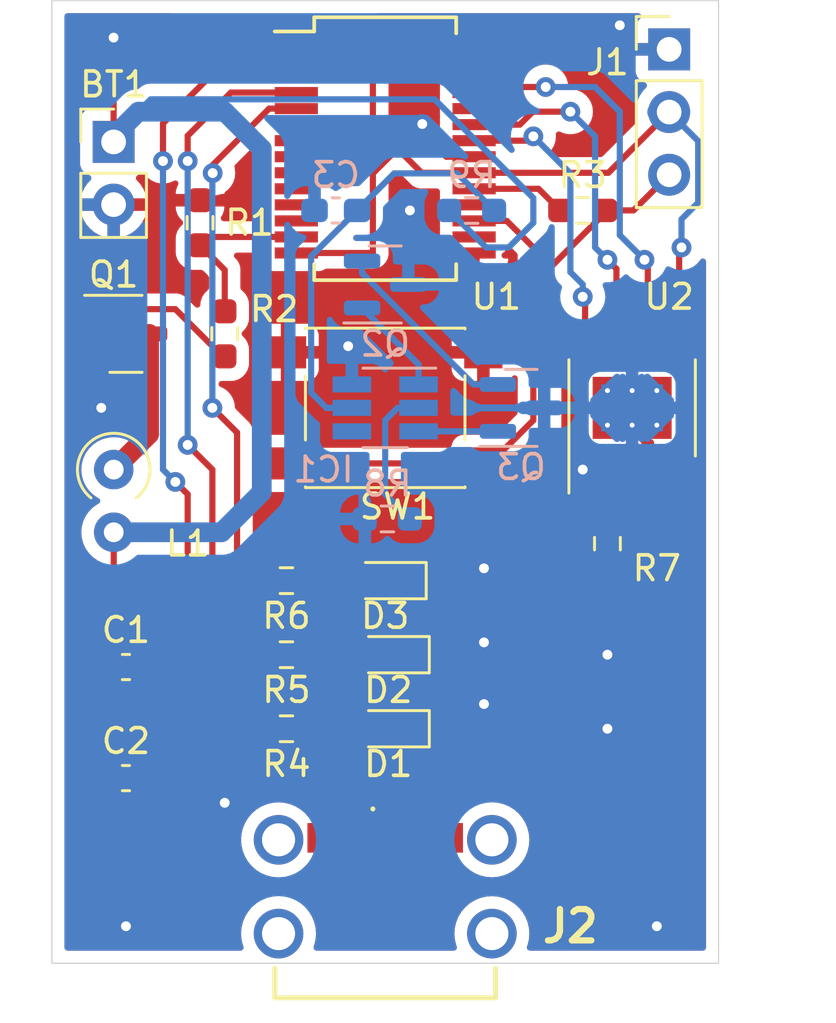
<source format=kicad_pcb>
(kicad_pcb (version 20211014) (generator pcbnew)
  (layers (0 "F.Cu" signal) (31 "B.Cu" signal) (34 "B.Paste" user) (35 "F.Paste" user) (36 "B.SilkS" user "B.Silkscreen") (37 "F.SilkS" user "F.Silkscreen") (38 "B.Mask" user) (39 "F.Mask" user) (44 "Edge.Cuts" user))
  (net 0 "")
  (net 1 "GND")
  (net 2 "Net-(C2-Pad2)")
  (net 3 "Net-(D1-Pad2)")
  (net 4 "Net-(D2-Pad2)")
  (net 5 "Net-(D3-Pad2)")
  (net 6 "Net-(BT1-Pad1)")
  (net 7 "Net-(J1-Pad3)")
  (net 10 "Net-(L1-Pad1)")
  (net 11 "Net-(R1-Pad2)")
  (net 12 "Net-(R3-Pad1)")
  (net 13 "Net-(R4-Pad2)")
  (net 14 "Net-(R5-Pad2)")
  (net 15 "Net-(SW1-Pad2)")
  (net 27 "Net-(U1-Pad22)")
  (net 28 "Net-(U1-Pad23)")
  (net 29 "Net-(U1-Pad24)")
  (net 36 "Net-(Q1-Pad1)")
  (net 37 "Net-(R6-Pad2)")
  (net 38 "Net-(R7-Pad1)")
  (net 39 "Net-(C3-Pad1)")
  (net 40 "Net-(IC1-Pad1)")
  (net 41 "Net-(IC1-Pad2)")
  (net 42 "Net-(IC1-Pad3)")
  (net 44 "Net-(Q2-Pad2)")
  (footprint "Resistor_SMD:R_0603_1608Metric_Pad0.98x0.95mm_HandSolder" (layer "F.Cu") (at 181 79 -90)
    (fp_text reference "R1" (at 0 -2) (layer "F.SilkS"))
    (fp_text value "100K")
    (fp_line (start -0.254724 0.5225) (end 0.254724 0.5225) (layer "F.SilkS") (width 0.12))
    (fp_line (start -0.254724 -0.5225) (end 0.254724 -0.5225) (layer "F.SilkS") (width 0.12))
    (pad "1" smd roundrect (at -0.9125 0 270) (size 0.975 0.95) (layers "F.Cu" "F.Paste" "F.Mask") (net 1 "GND"))
    (pad "2" smd roundrect (at 0.9125 0 270) (size 0.975 0.95) (layers "F.Cu" "F.Paste" "F.Mask") (net 11 "Net-(R1-Pad2)"))
  )
  (footprint "Resistor_SMD:R_0603_1608Metric_Pad0.98x0.95mm_HandSolder" (layer "F.Cu") (at 196.5 78.5)
    (fp_text reference "R3" (at 0 -1.43) (layer "F.SilkS"))
    (fp_text value "4.7K")
    (fp_line (start -0.254724 -0.5225) (end 0.254724 -0.5225) (layer "F.SilkS") (width 0.12))
    (fp_line (start -0.254724 0.5225) (end 0.254724 0.5225) (layer "F.SilkS") (width 0.12))
    (pad "1" smd roundrect (at -0.9125 0) (size 0.975 0.95) (layers "F.Cu" "F.Paste" "F.Mask") (net 12 "Net-(R3-Pad1)"))
    (pad "2" smd roundrect (at 0.9125 0) (size 0.975 0.95) (layers "F.Cu" "F.Paste" "F.Mask") (net 7 "Net-(J1-Pad3)"))
  )
  (footprint "LED_SMD:LED_0603_1608Metric_Pad1.05x0.95mm_HandSolder" (layer "F.Cu") (at 188.625 99.5 180)
    (fp_text reference "D1" (at 0 -1.43) (layer "F.SilkS"))
    (fp_text value "LED")
    (fp_line (start 0.8 -0.735) (end -1.66 -0.735) (layer "F.SilkS") (width 0.12))
    (fp_line (start -1.66 -0.735) (end -1.66 0.735) (layer "F.SilkS") (width 0.12))
    (fp_line (start -1.66 0.735) (end 0.8 0.735) (layer "F.SilkS") (width 0.12))
    (pad "1" smd roundrect (at -0.875 0 180) (size 1.05 0.95) (layers "F.Cu" "F.Paste" "F.Mask") (net 1 "GND"))
    (pad "2" smd roundrect (at 0.875 0 180) (size 1.05 0.95) (layers "F.Cu" "F.Paste" "F.Mask") (net 3 "Net-(D1-Pad2)"))
  )
  (footprint "LED_SMD:LED_0603_1608Metric_Pad1.05x0.95mm_HandSolder" (layer "F.Cu") (at 188.5 93.5 180)
    (fp_text reference "D3" (at 0 -1.43) (layer "F.SilkS"))
    (fp_text value "LED")
    (fp_line (start -1.66 -0.735) (end -1.66 0.735) (layer "F.SilkS") (width 0.12))
    (fp_line (start -1.66 0.735) (end 0.8 0.735) (layer "F.SilkS") (width 0.12))
    (fp_line (start 0.8 -0.735) (end -1.66 -0.735) (layer "F.SilkS") (width 0.12))
    (pad "1" smd roundrect (at -0.875 0 180) (size 1.05 0.95) (layers "F.Cu" "F.Paste" "F.Mask") (net 1 "GND"))
    (pad "2" smd roundrect (at 0.875 0 180) (size 1.05 0.95) (layers "F.Cu" "F.Paste" "F.Mask") (net 5 "Net-(D3-Pad2)"))
  )
  (footprint "Connector_PinHeader_2.54mm:PinHeader_1x02_P2.54mm_Vertical" (layer "F.Cu") (at 177.5 75.725)
    (fp_text reference "BT1" (at 0 -2.33) (layer "F.SilkS"))
    (fp_text value "Battery_Cell")
    (fp_line (start -1.33 1.27) (end -1.33 3.87) (layer "F.SilkS") (width 0.12))
    (fp_line (start -1.33 3.87) (end 1.33 3.87) (layer "F.SilkS") (width 0.12))
    (fp_line (start -1.33 -1.33) (end 0 -1.33) (layer "F.SilkS") (width 0.12))
    (fp_line (start 1.33 1.27) (end 1.33 3.87) (layer "F.SilkS") (width 0.12))
    (fp_line (start -1.33 0) (end -1.33 -1.33) (layer "F.SilkS") (width 0.12))
    (fp_line (start -1.33 1.27) (end 1.33 1.27) (layer "F.SilkS") (width 0.12))
    (pad "1" thru_hole rect (at 0 0) (size 1.7 1.7) (drill 1) (layers *.Cu *.Mask) (net 6 "Net-(BT1-Pad1)"))
    (pad "2" thru_hole oval (at 0 2.54) (size 1.7 1.7) (drill 1) (layers *.Cu *.Mask) (net 1 "GND"))
  )
  (footprint "Resistor_SMD:R_0603_1608Metric_Pad0.98x0.95mm_HandSolder" (layer "F.Cu") (at 184.5 99.5 180)
    (fp_text reference "R4" (at 0 -1.43) (layer "F.SilkS"))
    (fp_text value "1K")
    (fp_line (start -0.254724 0.5225) (end 0.254724 0.5225) (layer "F.SilkS") (width 0.12))
    (fp_line (start -0.254724 -0.5225) (end 0.254724 -0.5225) (layer "F.SilkS") (width 0.12))
    (pad "1" smd roundrect (at -0.9125 0 180) (size 0.975 0.95) (layers "F.Cu" "F.Paste" "F.Mask") (net 3 "Net-(D1-Pad2)"))
    (pad "2" smd roundrect (at 0.9125 0 180) (size 0.975 0.95) (layers "F.Cu" "F.Paste" "F.Mask") (net 13 "Net-(R4-Pad2)"))
  )
  (footprint "Package_SO:SSOP-28_5.3x10.2mm_P0.65mm" (layer "F.Cu") (at 188.5 76)
    (fp_text reference "U1" (at 4.5 6) (layer "F.SilkS"))
    (fp_text value "ATmega3208-X")
    (fp_line (start -2.875 5.325) (end -2.875 4.675) (layer "F.SilkS") (width 0.15))
    (fp_line (start 2.875 5.325) (end 2.875 4.675) (layer "F.SilkS") (width 0.15))
    (fp_line (start -2.875 -5.325) (end 2.875 -5.325) (layer "F.SilkS") (width 0.15))
    (fp_line (start -2.875 5.325) (end 2.875 5.325) (layer "F.SilkS") (width 0.15))
    (fp_line (start -2.875 -5.325) (end -2.875 -4.75) (layer "F.SilkS") (width 0.15))
    (fp_line (start -2.875 -4.75) (end -4.475 -4.75) (layer "F.SilkS") (width 0.15))
    (fp_line (start 2.875 -5.325) (end 2.875 -4.675) (layer "F.SilkS") (width 0.15))
    (pad "1" smd rect (at -3.6 -4.225) (size 1.75 0.45) (layers "F.Cu" "F.Paste" "F.Mask"))
    (pad "2" smd rect (at -3.6 -3.575) (size 1.75 0.45) (layers "F.Cu" "F.Paste" "F.Mask"))
    (pad "3" smd rect (at -3.6 -2.925) (size 1.75 0.45) (layers "F.Cu" "F.Paste" "F.Mask") (net 13 "Net-(R4-Pad2)"))
    (pad "4" smd rect (at -3.6 -2.275) (size 1.75 0.45) (layers "F.Cu" "F.Paste" "F.Mask") (net 14 "Net-(R5-Pad2)"))
    (pad "5" smd rect (at -3.6 -1.625) (size 1.75 0.45) (layers "F.Cu" "F.Paste" "F.Mask") (net 37 "Net-(R6-Pad2)"))
    (pad "6" smd rect (at -3.6 -0.975) (size 1.75 0.45) (layers "F.Cu" "F.Paste" "F.Mask"))
    (pad "7" smd rect (at -3.6 -0.325) (size 1.75 0.45) (layers "F.Cu" "F.Paste" "F.Mask"))
    (pad "8" smd rect (at -3.6 0.325) (size 1.75 0.45) (layers "F.Cu" "F.Paste" "F.Mask"))
    (pad "9" smd rect (at -3.6 0.975) (size 1.75 0.45) (layers "F.Cu" "F.Paste" "F.Mask"))
    (pad "10" smd rect (at -3.6 1.625) (size 1.75 0.45) (layers "F.Cu" "F.Paste" "F.Mask"))
    (pad "11" smd rect (at -3.6 2.275) (size 1.75 0.45) (layers "F.Cu" "F.Paste" "F.Mask"))
    (pad "12" smd rect (at -3.6 2.925) (size 1.75 0.45) (layers "F.Cu" "F.Paste" "F.Mask"))
    (pad "13" smd rect (at -3.6 3.575) (size 1.75 0.45) (layers "F.Cu" "F.Paste" "F.Mask") (net 11 "Net-(R1-Pad2)"))
    (pad "14" smd rect (at -3.6 4.225) (size 1.75 0.45) (layers "F.Cu" "F.Paste" "F.Mask") (net 6 "Net-(BT1-Pad1)"))
    (pad "15" smd rect (at 3.6 4.225) (size 1.75 0.45) (layers "F.Cu" "F.Paste" "F.Mask") (net 1 "GND"))
    (pad "16" smd rect (at 3.6 3.575) (size 1.75 0.45) (layers "F.Cu" "F.Paste" "F.Mask"))
    (pad "17" smd rect (at 3.6 2.925) (size 1.75 0.45) (layers "F.Cu" "F.Paste" "F.Mask") (net 15 "Net-(SW1-Pad2)"))
    (pad "18" smd rect (at 3.6 2.275) (size 1.75 0.45) (layers "F.Cu" "F.Paste" "F.Mask"))
    (pad "19" smd rect (at 3.6 1.625) (size 1.75 0.45) (layers "F.Cu" "F.Paste" "F.Mask") (net 12 "Net-(R3-Pad1)"))
    (pad "20" smd rect (at 3.6 0.975) (size 1.75 0.45) (layers "F.Cu" "F.Paste" "F.Mask") (net 6 "Net-(BT1-Pad1)"))
    (pad "21" smd rect (at 3.6 0.325) (size 1.75 0.45) (layers "F.Cu" "F.Paste" "F.Mask") (net 1 "GND"))
    (pad "22" smd rect (at 3.6 -0.325) (size 1.75 0.45) (layers "F.Cu" "F.Paste" "F.Mask") (net 27 "Net-(U1-Pad22)"))
    (pad "23" smd rect (at 3.6 -0.975) (size 1.75 0.45) (layers "F.Cu" "F.Paste" "F.Mask") (net 28 "Net-(U1-Pad23)"))
    (pad "24" smd rect (at 3.6 -1.625) (size 1.75 0.45) (layers "F.Cu" "F.Paste" "F.Mask") (net 29 "Net-(U1-Pad24)"))
    (pad "25" smd rect (at 3.6 -2.275) (size 1.75 0.45) (layers "F.Cu" "F.Paste" "F.Mask"))
    (pad "26" smd rect (at 3.6 -2.925) (size 1.75 0.45) (layers "F.Cu" "F.Paste" "F.Mask"))
    (pad "27" smd rect (at 3.6 -3.575) (size 1.75 0.45) (layers "F.Cu" "F.Paste" "F.Mask"))
    (pad "28" smd rect (at 3.6 -4.225) (size 1.75 0.45) (layers "F.Cu" "F.Paste" "F.Mask"))
  )
  (footprint "Inductor_THT:L_Axial_L6.6mm_D2.7mm_P2.54mm_Vertical_Vishay_IM-2" (layer "F.Cu") (at 177.505 89 -90)
    (fp_text reference "L1" (at 3 -2.995) (layer "F.SilkS"))
    (fp_text value "2 Ohm")
    (fp_arc (start 1.146516 0.92) (mid -1.47 0) (end 1.146516 -0.92) (layer "F.SilkS") (width 0.12))
    (pad "1" thru_hole circle (at 0 0 270) (size 1.6 1.6) (drill 0.8) (layers *.Cu *.Mask) (net 10 "Net-(L1-Pad1)"))
    (pad "2" thru_hole oval (at 2.54 0 270) (size 1.6 1.6) (drill 0.8) (layers *.Cu *.Mask) (net 6 "Net-(BT1-Pad1)"))
  )
  (footprint "Package_SO:SOIC-8-1EP_3.9x4.9mm_P1.27mm_EP2.514x3.2mm_ThermalVias" (layer "F.Cu") (at 198.5 86.5 90)
    (fp_text reference "U2" (at 4.5 1.5) (layer "F.SilkS"))
    (fp_text value "TP4056")
    (fp_line (start 0 2.56) (end 1.95 2.56) (layer "F.SilkS") (width 0.12))
    (fp_line (start 0 2.56) (end -1.95 2.56) (layer "F.SilkS") (width 0.12))
    (fp_line (start 0 -2.56) (end 1.95 -2.56) (layer "F.SilkS") (width 0.12))
    (fp_line (start 0 -2.56) (end -3.45 -2.56) (layer "F.SilkS") (width 0.12))
    (pad "1" smd roundrect (at -2.6375 -1.905 90) (size 1.625 0.6) (layers "F.Cu" "F.Paste" "F.Mask") (net 1 "GND"))
    (pad "2" smd roundrect (at -2.6375 -0.635 90) (size 1.625 0.6) (layers "F.Cu" "F.Paste" "F.Mask") (net 38 "Net-(R7-Pad1)"))
    (pad "3" smd roundrect (at -2.6375 0.635 90) (size 1.625 0.6) (layers "F.Cu" "F.Paste" "F.Mask") (net 1 "GND"))
    (pad "4" smd roundrect (at -2.6375 1.905 90) (size 1.625 0.6) (layers "F.Cu" "F.Paste" "F.Mask") (net 2 "Net-(C2-Pad2)"))
    (pad "5" smd roundrect (at 2.6375 1.905 90) (size 1.625 0.6) (layers "F.Cu" "F.Paste" "F.Mask") (net 6 "Net-(BT1-Pad1)"))
    (pad "6" smd roundrect (at 2.6375 0.635 90) (size 1.625 0.6) (layers "F.Cu" "F.Paste" "F.Mask") (net 29 "Net-(U1-Pad24)"))
    (pad "7" smd roundrect (at 2.6375 -0.635 90) (size 1.625 0.6) (layers "F.Cu" "F.Paste" "F.Mask") (net 28 "Net-(U1-Pad23)"))
    (pad "8" smd roundrect (at 2.6375 -1.905 90) (size 1.625 0.6) (layers "F.Cu" "F.Paste" "F.Mask") (net 27 "Net-(U1-Pad22)"))
    (pad "9" thru_hole circle (at -0.7 0 90) (size 0.5 0.5) (drill 0.2) (layers *.Cu) (net 1 "GND"))
    (pad "9" thru_hole circle (at -0.7 -1 90) (size 0.5 0.5) (drill 0.2) (layers *.Cu) (net 1 "GND"))
    (pad "9" thru_hole circle (at 0.7 0 90) (size 0.5 0.5) (drill 0.2) (layers *.Cu) (net 1 "GND"))
    (pad "9" thru_hole circle (at -0.7 1 90) (size 0.5 0.5) (drill 0.2) (layers *.Cu) (net 1 "GND"))
    (pad "9" thru_hole circle (at 0.7 1 90) (size 0.5 0.5) (drill 0.2) (layers *.Cu) (net 1 "GND"))
    (pad "9" thru_hole circle (at 0.7 -1 90) (size 0.5 0.5) (drill 0.2) (layers *.Cu) (net 1 "GND"))
    (pad "9" smd rect (at 0 0 90) (size 1.9 2.5) (layers "B.Cu") (net 1 "GND"))
    (pad "9" smd rect (at 0 0 90) (size 2.514 3.2) (layers "F.Cu" "F.Mask") (net 1 "GND"))
  )
  (footprint "SamacSys:USB4125GFA0190" (layer "F.Cu") (at 188.5 107)
    (fp_text reference "J2" (at 7.5 0.5) (layer "F.SilkS") (effects (font (size 1.27 1.27) (thickness 0.254))))
    (fp_text value "USB4140-GF-0070-C" hide)
    (fp_line (start -0.5 -4.3) (end -0.5 -4.3) (layer "F.SilkS") (width 0.1))
    (fp_line (start -4.47 3.4) (end 4.47 3.4) (layer "F.SilkS") (width 0.2))
    (fp_line (start 4.47 3.4) (end 4.47 2.2) (layer "F.SilkS") (width 0.2))
    (fp_line (start -4.47 2.2) (end -4.47 3.4) (layer "F.SilkS") (width 0.2))
    (fp_line (start -0.5 -4.2) (end -0.5 -4.2) (layer "F.SilkS") (width 0.1))
    (fp_arc (start -0.5 -4.3) (mid -0.45 -4.25) (end -0.5 -4.2) (layer "F.SilkS") (width 0.1))
    (fp_arc (start -0.5 -4.2) (mid -0.55 -4.25) (end -0.5 -4.3) (layer "F.SilkS") (width 0.1))
    (pad "A5" smd rect locked (at -0.5 -3.08) (size 0.7 1.2) (layers "F.Cu" "F.Paste" "F.Mask") (net 7 "Net-(J1-Pad3)"))
    (pad "A9" smd rect locked (at 1.52 -3.08) (size 0.76 1.2) (layers "F.Cu" "F.Paste" "F.Mask") (net 2 "Net-(C2-Pad2)"))
    (pad "A12" smd rect locked (at 2.75 -3.08) (size 0.8 1.2) (layers "F.Cu" "F.Paste" "F.Mask") (net 1 "GND"))
    (pad "B5" smd rect locked (at 0.5 -3.08) (size 0.7 1.2) (layers "F.Cu" "F.Paste" "F.Mask") (net 7 "Net-(J1-Pad3)"))
    (pad "B9" smd rect locked (at -1.52 -3.08) (size 0.76 1.2) (layers "F.Cu" "F.Paste" "F.Mask") (net 2 "Net-(C2-Pad2)"))
    (pad "B12" smd rect locked (at -2.75 -3.08) (size 0.8 1.2) (layers "F.Cu" "F.Paste" "F.Mask") (net 1 "GND"))
    (pad "MH1" thru_hole circle locked (at -4.32 -3) (size 2.01 2.01) (drill 1.34) (layers *.Cu *.Mask))
    (pad "MH2" thru_hole circle locked (at -4.32 0.8) (size 2.01 2.01) (drill 1.34) (layers *.Cu *.Mask))
    (pad "MH3" thru_hole circle locked (at 4.32 0.8) (size 2.01 2.01) (drill 1.34) (layers *.Cu *.Mask))
    (pad "MH4" thru_hole circle locked (at 4.32 -3) (size 2.01 2.01) (drill 1.34) (layers *.Cu *.Mask))
  )
  (footprint "Resistor_SMD:R_0603_1608Metric_Pad0.98x0.95mm_HandSolder" (layer "F.Cu") (at 184.5 96.5 180)
    (fp_text reference "R5" (at 0 -1.43) (layer "F.SilkS"))
    (fp_text value "1K")
    (fp_line (start -0.254724 0.5225) (end 0.254724 0.5225) (layer "F.SilkS") (width 0.12))
    (fp_line (start -0.254724 -0.5225) (end 0.254724 -0.5225) (layer "F.SilkS") (width 0.12))
    (pad "1" smd roundrect (at -0.9125 0 180) (size 0.975 0.95) (layers "F.Cu" "F.Paste" "F.Mask") (net 4 "Net-(D2-Pad2)"))
    (pad "2" smd roundrect (at 0.9125 0 180) (size 0.975 0.95) (layers "F.Cu" "F.Paste" "F.Mask") (net 14 "Net-(R5-Pad2)"))
  )
  (footprint "Resistor_SMD:R_0603_1608Metric_Pad0.98x0.95mm_HandSolder" (layer "F.Cu") (at 182 83.5 90)
    (fp_text reference "R2" (at 1 2) (layer "F.SilkS"))
    (fp_text value "4.7K")
    (fp_line (start -0.254724 0.5225) (end 0.254724 0.5225) (layer "F.SilkS") (width 0.12))
    (fp_line (start -0.254724 -0.5225) (end 0.254724 -0.5225) (layer "F.SilkS") (width 0.12))
    (pad "1" smd roundrect (at -0.9125 0 90) (size 0.975 0.95) (layers "F.Cu" "F.Paste" "F.Mask") (net 36 "Net-(Q1-Pad1)"))
    (pad "2" smd roundrect (at 0.9125 0 90) (size 0.975 0.95) (layers "F.Cu" "F.Paste" "F.Mask") (net 11 "Net-(R1-Pad2)"))
  )
  (footprint "Capacitor_SMD:C_0603_1608Metric_Pad1.08x0.95mm_HandSolder" (layer "F.Cu") (at 178 97)
    (fp_text reference "C1" (at 0 -1.5) (layer "F.SilkS"))
    (fp_text value "10uF")
    (fp_line (start -0.146267 -0.51) (end 0.146267 -0.51) (layer "F.SilkS") (width 0.12))
    (fp_line (start -0.146267 0.51) (end 0.146267 0.51) (layer "F.SilkS") (width 0.12))
    (pad "1" smd roundrect (at -0.8625 0) (size 1.075 0.95) (layers "F.Cu" "F.Paste" "F.Mask") (net 1 "GND"))
    (pad "2" smd roundrect (at 0.8625 0) (size 1.075 0.95) (layers "F.Cu" "F.Paste" "F.Mask") (net 6 "Net-(BT1-Pad1)"))
  )
  (footprint "Button_Switch_SMD:SW_Push_1P1T_NO_6x6mm_H9.5mm" (layer "F.Cu") (at 188.5 86.5)
    (fp_text reference "SW1" (at 0.5 4) (layer "F.SilkS"))
    (fp_text value "btn")
    (fp_line (start -3.23 -3.2) (end -3.23 -3.23) (layer "F.SilkS") (width 0.12))
    (fp_line (start -3.23 3.23) (end -3.23 3.2) (layer "F.SilkS") (width 0.12))
    (fp_line (start -3.23 -3.23) (end 3.23 -3.23) (layer "F.SilkS") (width 0.12))
    (fp_line (start -3.23 3.23) (end 3.23 3.23) (layer "F.SilkS") (width 0.12))
    (fp_line (start 3.23 -3.23) (end 3.23 -3.2) (layer "F.SilkS") (width 0.12))
    (fp_line (start 3.23 -1.3) (end 3.23 1.3) (layer "F.SilkS") (width 0.12))
    (fp_line (start 3.23 3.23) (end 3.23 3.2) (layer "F.SilkS") (width 0.12))
    (fp_line (start -3.23 -1.3) (end -3.23 1.3) (layer "F.SilkS") (width 0.12))
    (pad "1" smd rect (at 3.975 -2.25) (size 1.55 1.3) (layers "F.Cu" "F.Paste" "F.Mask") (net 1 "GND"))
    (pad "1" smd rect (at -3.975 -2.25) (size 1.55 1.3) (layers "F.Cu" "F.Paste" "F.Mask") (net 1 "GND"))
    (pad "2" smd rect (at 3.975 2.25) (size 1.55 1.3) (layers "F.Cu" "F.Paste" "F.Mask") (net 15 "Net-(SW1-Pad2)"))
    (pad "2" smd rect (at -3.975 2.25) (size 1.55 1.3) (layers "F.Cu" "F.Paste" "F.Mask") (net 15 "Net-(SW1-Pad2)"))
  )
  (footprint "Capacitor_SMD:C_0603_1608Metric_Pad1.08x0.95mm_HandSolder" (layer "F.Cu") (at 178 101.5)
    (fp_text reference "C2" (at 0 -1.5) (layer "F.SilkS"))
    (fp_text value "10uF")
    (fp_line (start -0.146267 -0.51) (end 0.146267 -0.51) (layer "F.SilkS") (width 0.12))
    (fp_line (start -0.146267 0.51) (end 0.146267 0.51) (layer "F.SilkS") (width 0.12))
    (pad "1" smd roundrect (at -0.8625 0) (size 1.075 0.95) (layers "F.Cu" "F.Paste" "F.Mask") (net 1 "GND"))
    (pad "2" smd roundrect (at 0.8625 0) (size 1.075 0.95) (layers "F.Cu" "F.Paste" "F.Mask") (net 2 "Net-(C2-Pad2)"))
  )
  (footprint "Package_TO_SOT_SMD:SOT-23" (layer "F.Cu") (at 178 83.5)
    (fp_text reference "Q1" (at -0.5 -2.4) (layer "F.SilkS"))
    (fp_text value "AO3400A")
    (fp_line (start 0 1.56) (end 0.65 1.56) (layer "F.SilkS") (width 0.12))
    (fp_line (start 0 -1.56) (end -1.675 -1.56) (layer "F.SilkS") (width 0.12))
    (fp_line (start 0 -1.56) (end 0.65 -1.56) (layer "F.SilkS") (width 0.12))
    (fp_line (start 0 1.56) (end -0.65 1.56) (layer "F.SilkS") (width 0.12))
    (pad "1" smd roundrect (at -0.9375 -0.95) (size 1.475 0.6) (layers "F.Cu" "F.Paste" "F.Mask") (net 36 "Net-(Q1-Pad1)"))
    (pad "2" smd roundrect (at -0.9375 0.95) (size 1.475 0.6) (layers "F.Cu" "F.Paste" "F.Mask") (net 1 "GND"))
    (pad "3" smd roundrect (at 0.9375 0) (size 1.475 0.6) (layers "F.Cu" "F.Paste" "F.Mask") (net 10 "Net-(L1-Pad1)"))
  )
  (footprint "LED_SMD:LED_0603_1608Metric_Pad1.05x0.95mm_HandSolder" (layer "F.Cu") (at 188.625 96.5 180)
    (fp_text reference "D2" (at 0 -1.43) (layer "F.SilkS"))
    (fp_text value "LED")
    (fp_line (start -1.66 0.735) (end 0.8 0.735) (layer "F.SilkS") (width 0.12))
    (fp_line (start -1.66 -0.735) (end -1.66 0.735) (layer "F.SilkS") (width 0.12))
    (fp_line (start 0.8 -0.735) (end -1.66 -0.735) (layer "F.SilkS") (width 0.12))
    (pad "1" smd roundrect (at -0.875 0 180) (size 1.05 0.95) (layers "F.Cu" "F.Paste" "F.Mask") (net 1 "GND"))
    (pad "2" smd roundrect (at 0.875 0 180) (size 1.05 0.95) (layers "F.Cu" "F.Paste" "F.Mask") (net 4 "Net-(D2-Pad2)"))
  )
  (footprint "Resistor_SMD:R_0603_1608Metric_Pad0.98x0.95mm_HandSolder" (layer "F.Cu") (at 197.5 92 -90)
    (fp_text reference "R7" (at 1 -2) (layer "F.SilkS"))
    (fp_text value "2.8K")
    (fp_line (start -0.254724 0.5225) (end 0.254724 0.5225) (layer "F.SilkS") (width 0.12))
    (fp_line (start -0.254724 -0.5225) (end 0.254724 -0.5225) (layer "F.SilkS") (width 0.12))
    (pad "1" smd roundrect (at -0.9125 0 270) (size 0.975 0.95) (layers "F.Cu" "F.Paste" "F.Mask") (net 38 "Net-(R7-Pad1)"))
    (pad "2" smd roundrect (at 0.9125 0 270) (size 0.975 0.95) (layers "F.Cu" "F.Paste" "F.Mask") (net 1 "GND"))
  )
  (footprint "Resistor_SMD:R_0603_1608Metric_Pad0.98x0.95mm_HandSolder" (layer "F.Cu") (at 184.5 93.5 180)
    (fp_text reference "R6" (at 0 -1.43) (layer "F.SilkS"))
    (fp_text value "1K")
    (fp_line (start -0.254724 0.5225) (end 0.254724 0.5225) (layer "F.SilkS") (width 0.12))
    (fp_line (start -0.254724 -0.5225) (end 0.254724 -0.5225) (layer "F.SilkS") (width 0.12))
    (pad "1" smd roundrect (at -0.9125 0 180) (size 0.975 0.95) (layers "F.Cu" "F.Paste" "F.Mask") (net 5 "Net-(D3-Pad2)"))
    (pad "2" smd roundrect (at 0.9125 0 180) (size 0.975 0.95) (layers "F.Cu" "F.Paste" "F.Mask") (net 37 "Net-(R6-Pad2)"))
  )
  (footprint "Connector_PinHeader_2.54mm:PinHeader_1x03_P2.54mm_Vertical" (layer "F.Cu") (at 200 71.975)
    (fp_text reference "J1" (at -2.5 0.525) (layer "F.SilkS"))
    (fp_text value "Conn_01x03_Male")
    (fp_line (start -1.33 6.41) (end 1.33 6.41) (layer "F.SilkS") (width 0.12))
    (fp_line (start -1.33 1.27) (end -1.33 6.41) (layer "F.SilkS") (width 0.12))
    (fp_line (start -1.33 -1.33) (end 0 -1.33) (layer "F.SilkS") (width 0.12))
    (fp_line (start -1.33 0) (end -1.33 -1.33) (layer "F.SilkS") (width 0.12))
    (fp_line (start -1.33 1.27) (end 1.33 1.27) (layer "F.SilkS") (width 0.12))
    (fp_line (start 1.33 1.27) (end 1.33 6.41) (layer "F.SilkS") (width 0.12))
    (pad "1" thru_hole rect (at 0 0) (size 1.7 1.7) (drill 1) (layers *.Cu *.Mask) (net 1 "GND"))
    (pad "2" thru_hole oval (at 0 2.54) (size 1.7 1.7) (drill 1) (layers *.Cu *.Mask) (net 6 "Net-(BT1-Pad1)"))
    (pad "3" thru_hole oval (at 0 5.08) (size 1.7 1.7) (drill 1) (layers *.Cu *.Mask) (net 7 "Net-(J1-Pad3)"))
  )
  (footprint "Resistor_SMD:R_0603_1608Metric_Pad0.98x0.95mm_HandSolder" (layer "B.Cu") (at 192 78.5 180)
    (fp_text reference "R9" (at 0 1.43) (layer "B.SilkS") (effects (justify mirror)))
    (fp_text value "330")
    (fp_line (start -0.254724 -0.5225) (end 0.254724 -0.5225) (layer "B.SilkS") (width 0.12))
    (fp_line (start -0.254724 0.5225) (end 0.254724 0.5225) (layer "B.SilkS") (width 0.12))
    (pad "1" smd roundrect (at -0.9125 0 180) (size 0.975 0.95) (layers "B.Cu" "B.Paste" "B.Mask") (net 39 "Net-(C3-Pad1)"))
    (pad "2" smd roundrect (at 0.9125 0 180) (size 0.975 0.95) (layers "B.Cu" "B.Paste" "B.Mask") (net 6 "Net-(BT1-Pad1)"))
  )
  (footprint "Package_TO_SOT_SMD:SOT-23" (layer "B.Cu") (at 188.5 81.5)
    (fp_text reference "Q2" (at 0 2.4) (layer "B.SilkS") (effects (justify mirror)))
    (fp_text value "AO3400A")
    (fp_line (start 0 -1.56) (end -0.65 -1.56) (layer "B.SilkS") (width 0.12))
    (fp_line (start 0 1.56) (end -1.675 1.56) (layer "B.SilkS") (width 0.12))
    (fp_line (start 0 1.56) (end 0.65 1.56) (layer "B.SilkS") (width 0.12))
    (fp_line (start 0 -1.56) (end 0.65 -1.56) (layer "B.SilkS") (width 0.12))
    (pad "1" smd roundrect (at -0.9375 0.95) (size 1.475 0.6) (layers "B.Cu" "B.Paste" "B.Mask") (net 40 "Net-(IC1-Pad1)"))
    (pad "2" smd roundrect (at -0.9375 -0.95) (size 1.475 0.6) (layers "B.Cu" "B.Paste" "B.Mask") (net 44 "Net-(Q2-Pad2)"))
    (pad "3" smd roundrect (at 0.9375 0) (size 1.475 0.6) (layers "B.Cu" "B.Paste" "B.Mask") (net 1 "GND"))
  )
  (footprint "Resistor_SMD:R_0603_1608Metric_Pad0.98x0.95mm_HandSolder" (layer "B.Cu") (at 188.5875 91 180)
    (fp_text reference "R8" (at 0 1.43) (layer "B.SilkS") (effects (justify mirror)))
    (fp_text value "2K")
    (fp_line (start -0.254724 0.5225) (end 0.254724 0.5225) (layer "B.SilkS") (width 0.12))
    (fp_line (start -0.254724 -0.5225) (end 0.254724 -0.5225) (layer "B.SilkS") (width 0.12))
    (pad "1" smd roundrect (at -0.9125 0 180) (size 0.975 0.95) (layers "B.Cu" "B.Paste" "B.Mask") (net 41 "Net-(IC1-Pad2)"))
    (pad "2" smd roundrect (at 0.9125 0 180) (size 0.975 0.95) (layers "B.Cu" "B.Paste" "B.Mask") (net 1 "GND"))
  )
  (footprint "Package_TO_SOT_SMD:SOT-23-6_Handsoldering" (layer "B.Cu") (at 188.5 86.5 180)
    (fp_text reference "IC1" (at 2.5 -2.5) (layer "B.SilkS") (effects (justify mirror)))
    (fp_text value "DW01A-G")
    (fp_line (start 0.9 1.61) (end -2.05 1.61) (layer "B.SilkS") (width 0.12))
    (fp_line (start -0.9 -1.61) (end 0.9 -1.61) (layer "B.SilkS") (width 0.12))
    (pad "1" smd rect (at -1.35 0.95 180) (size 1.56 0.65) (layers "B.Cu" "B.Paste" "B.Mask") (net 40 "Net-(IC1-Pad1)"))
    (pad "2" smd rect (at -1.35 0 180) (size 1.56 0.65) (layers "B.Cu" "B.Paste" "B.Mask") (net 41 "Net-(IC1-Pad2)"))
    (pad "3" smd rect (at -1.35 -0.95 180) (size 1.56 0.65) (layers "B.Cu" "B.Paste" "B.Mask") (net 42 "Net-(IC1-Pad3)"))
    (pad "4" smd rect (at 1.35 -0.95 180) (size 1.56 0.65) (layers "B.Cu" "B.Paste" "B.Mask"))
    (pad "5" smd rect (at 1.35 0 180) (size 1.56 0.65) (layers "B.Cu" "B.Paste" "B.Mask") (net 39 "Net-(C3-Pad1)"))
    (pad "6" smd rect (at 1.35 0.95 180) (size 1.56 0.65) (layers "B.Cu" "B.Paste" "B.Mask") (net 1 "GND"))
  )
  (footprint "Package_TO_SOT_SMD:SOT-23" (layer "B.Cu") (at 194 86.5)
    (fp_text reference "Q3" (at 0 2.4) (layer "B.SilkS") (effects (justify mirror)))
    (fp_text value "AO3400A")
    (fp_line (start 0 -1.56) (end 0.65 -1.56) (layer "B.SilkS") (width 0.12))
    (fp_line (start 0 -1.56) (end -0.65 -1.56) (layer "B.SilkS") (width 0.12))
    (fp_line (start 0 1.56) (end -1.675 1.56) (layer "B.SilkS") (width 0.12))
    (fp_line (start 0 1.56) (end 0.65 1.56) (layer "B.SilkS") (width 0.12))
    (pad "1" smd roundrect (at -0.9375 0.95) (size 1.475 0.6) (layers "B.Cu" "B.Paste" "B.Mask") (net 42 "Net-(IC1-Pad3)"))
    (pad "2" smd roundrect (at -0.9375 -0.95) (size 1.475 0.6) (layers "B.Cu" "B.Paste" "B.Mask") (net 44 "Net-(Q2-Pad2)"))
    (pad "3" smd roundrect (at 0.9375 0) (size 1.475 0.6) (layers "B.Cu" "B.Paste" "B.Mask") (net 1 "GND"))
  )
  (footprint "Capacitor_SMD:C_0603_1608Metric_Pad1.08x0.95mm_HandSolder" (layer "B.Cu") (at 186.5 78.5 180)
    (fp_text reference "C3" (at 0 1.43) (layer "B.SilkS") (effects (justify mirror)))
    (fp_text value ".1uF")
    (fp_line (start -0.146267 0.51) (end 0.146267 0.51) (layer "B.SilkS") (width 0.12))
    (fp_line (start -0.146267 -0.51) (end 0.146267 -0.51) (layer "B.SilkS") (width 0.12))
    (pad "1" smd roundrect (at -0.8625 0 180) (size 1.075 0.95) (layers "B.Cu" "B.Paste" "B.Mask") (net 39 "Net-(C3-Pad1)"))
    (pad "2" smd roundrect (at 0.8625 0 180) (size 1.075 0.95) (layers "B.Cu" "B.Paste" "B.Mask") (net 1 "GND"))
  )
  (gr_rect (start 175 70) (end 202 109) (layer "Edge.Cuts") (width 0.05) (fill none))
  (segment (start 190 75.35) (end 190 75) (width 0.25) (layer "F.Cu") (net 1))
  (segment (start 192.1 76.325) (end 190.975 76.325) (width 0.25) (layer "F.Cu") (net 1))
  (segment (start 190.975 76.325) (end 190 75.35) (width 0.25) (layer "F.Cu") (net 1))
  (via (at 178 107.5) (size 0.8) (drill 0.4) (layers "F.Cu" "B.Cu") (net 1))
  (via (at 182 102.5) (size 0.8) (drill 0.4) (layers "F.Cu" "B.Cu") (net 1))
  (via (at 197.5 99.5) (size 0.8) (drill 0.4) (layers "F.Cu" "B.Cu") (net 1))
  (via (at 192.5 96) (size 0.8) (drill 0.4) (layers "F.Cu" "B.Cu") (net 1))
  (via (at 192.5 93) (size 0.8) (drill 0.4) (layers "F.Cu" "B.Cu") (net 1))
  (via (at 196.5 89) (size 0.8) (drill 0.4) (layers "F.Cu" "B.Cu") (net 1))
  (via (at 189.5 78.5) (size 0.8) (drill 0.4) (layers "F.Cu" "B.Cu") (net 1))
  (via (at 199.5 107.5) (size 0.8) (drill 0.4) (layers "F.Cu" "B.Cu") (net 1))
  (via (at 190 75) (size 0.8) (drill 0.4) (layers "F.Cu" "B.Cu") (net 1))
  (via (at 192.5 98.5) (size 0.8) (drill 0.4) (layers "F.Cu" "B.Cu") (net 1))
  (via (at 177.5 71.5) (size 0.8) (drill 0.4) (layers "F.Cu" "B.Cu") (net 1))
  (via (at 198 71) (size 0.8) (drill 0.4) (layers "F.Cu" "B.Cu") (net 1))
  (via (at 197.5 96.5) (size 0.8) (drill 0.4) (layers "F.Cu" "B.Cu") (net 1))
  (via (at 187 84) (size 0.8) (drill 0.4) (layers "F.Cu" "B.Cu") (net 1))
  (via (at 177 86.5) (size 0.8) (drill 0.4) (layers "F.Cu" "B.Cu") (net 1))
  (segment (start 187.5 106) (end 187 105.5) (width 0.25) (layer "F.Cu") (net 2))
  (segment (start 178.8625 103.8625) (end 181 106) (width 0.25) (layer "F.Cu") (net 2))
  (segment (start 199 102) (end 200.405 100.595) (width 0.25) (layer "F.Cu") (net 2))
  (segment (start 190.02 105.48) (end 189.5 106) (width 0.25) (layer "F.Cu") (net 2))
  (segment (start 186.98 103.92) (end 186.98 105.48) (width 0.25) (layer "F.Cu") (net 2))
  (segment (start 186.5 106) (end 187 105.5) (width 0.25) (layer "F.Cu") (net 2))
  (segment (start 191 102) (end 199 102) (width 0.25) (layer "F.Cu") (net 2))
  (segment (start 190.02 103.92) (end 190.02 102.98) (width 0.25) (layer "F.Cu") (net 2))
  (segment (start 190.02 102.98) (end 191 102) (width 0.25) (layer "F.Cu") (net 2))
  (segment (start 178.8625 101.5) (end 178.8625 103.8625) (width 0.25) (layer "F.Cu") (net 2))
  (segment (start 190.02 103.92) (end 190.02 105.48) (width 0.25) (layer "F.Cu") (net 2))
  (segment (start 189.5 106) (end 187.5 106) (width 0.25) (layer "F.Cu") (net 2))
  (segment (start 187 105.5) (end 186.98 105.48) (width 0.25) (layer "F.Cu") (net 2))
  (segment (start 181 106) (end 186.5 106) (width 0.25) (layer "F.Cu") (net 2))
  (segment (start 200.405 100.595) (end 200.405 89.1375) (width 0.25) (layer "F.Cu") (net 2))
  (segment (start 185.4125 99.5) (end 187.75 99.5) (width 0.25) (layer "F.Cu") (net 3))
  (segment (start 185.4125 96.5) (end 187.75 96.5) (width 0.25) (layer "F.Cu") (net 4))
  (segment (start 185.4125 93.5) (end 187.625 93.5) (width 0.25) (layer "F.Cu") (net 5))
  (segment (start 200.405 80.095) (end 200.5 80) (width 0.25) (layer "F.Cu") (net 6))
  (segment (start 192.1 76.975) (end 197.54 76.975) (width 0.25) (layer "F.Cu") (net 6))
  (segment (start 188 77) (end 189 76) (width 0.25) (layer "F.Cu") (net 6))
  (segment (start 177.505 93.005) (end 179 94.5) (width 0.25) (layer "F.Cu") (net 6))
  (segment (start 189.975 76.975) (end 192.1 76.975) (width 0.25) (layer "F.Cu") (net 6))
  (segment (start 188 75) (end 189 76) (width 0.25) (layer "F.Cu") (net 6))
  (segment (start 197.54 76.975) (end 200 74.515) (width 0.25) (layer "F.Cu") (net 6))
  (segment (start 179 94.5) (end 179 96.8625) (width 0.25) (layer "F.Cu") (net 6))
  (segment (start 188 80.225) (end 188 77) (width 0.25) (layer "F.Cu") (net 6))
  (segment (start 177.5 74) (end 180.5 71) (width 0.25) (layer "F.Cu") (net 6))
  (segment (start 177.505 91.54) (end 177.505 93.005) (width 0.25) (layer "F.Cu") (net 6))
  (segment (start 180.5 71) (end 187.5 71) (width 0.25) (layer "F.Cu") (net 6))
  (segment (start 189 76) (end 189.975 76.975) (width 0.25) (layer "F.Cu") (net 6))
  (segment (start 184.9 80.225) (end 188 80.225) (width 0.25) (layer "F.Cu") (net 6))
  (segment (start 200.405 83.8625) (end 200.405 80.095) (width 0.25) (layer "F.Cu") (net 6))
  (segment (start 179 96.8625) (end 178.8625 97) (width 0.25) (layer "F.Cu") (net 6))
  (segment (start 187.5 71) (end 188 71.5) (width 0.25) (layer "F.Cu") (net 6))
  (segment (start 188 71.5) (end 188 75) (width 0.25) (layer "F.Cu") (net 6))
  (segment (start 177.5 75.725) (end 177.5 74) (width 0.25) (layer "F.Cu") (net 6))
  (via (at 200.5 80) (size 0.8) (drill 0.4) (layers "F.Cu" "B.Cu") (net 6))
  (segment (start 177.5 75.5) (end 178.5 74.5) (width 0.8) (layer "B.Cu") (net 6))
  (segment (start 201.175 78.18335) (end 200.5 78.85835) (width 0.25) (layer "B.Cu") (net 6))
  (segment (start 183.5 76) (end 183.5 89.914214) (width 0.8) (layer "B.Cu") (net 6))
  (segment (start 200 74.515) (end 199.515 74.515) (width 0.8) (layer "B.Cu") (net 6))
  (segment (start 183.5 89.914214) (end 181.874214 91.54) (width 0.8) (layer "B.Cu") (net 6))
  (segment (start 193.5 80) (end 192.5875 80) (width 0.25) (layer "B.Cu") (net 6))
  (segment (start 201.175 75.69) (end 201.175 78.18335) (width 0.25) (layer "B.Cu") (net 6))
  (segment (start 181.874214 91.54) (end 177.505 91.54) (width 0.8) (layer "B.Cu") (net 6))
  (segment (start 194.5 78) (end 194.5 79) (width 0.25) (layer "B.Cu") (net 6))
  (segment (start 177.5 75.5) (end 177.5 75.725) (width 0.8) (layer "B.Cu") (net 6))
  (segment (start 178.5 74.5) (end 182 74.5) (width 0.8) (layer "B.Cu") (net 6))
  (segment (start 200 74.515) (end 201.175 75.69) (width 0.25) (layer "B.Cu") (net 6))
  (segment (start 182 74.5) (end 183.5 76) (width 0.8) (layer "B.Cu") (net 6))
  (segment (start 177.5 75.5) (end 179 74) (width 0.25) (layer "B.Cu") (net 6))
  (segment (start 192.5875 80) (end 191.0875 78.5) (width 0.25) (layer "B.Cu") (net 6))
  (segment (start 194.5 79) (end 193.5 80) (width 0.25) (layer "B.Cu") (net 6))
  (segment (start 200.5 78.85835) (end 200.5 80) (width 0.25) (layer "B.Cu") (net 6))
  (segment (start 179 74) (end 190.5 74) (width 0.25) (layer "B.Cu") (net 6))
  (segment (start 190.5 74) (end 194.5 78) (width 0.25) (layer "B.Cu") (net 6))
  (segment (start 197.4125 78.5) (end 198.555 78.5) (width 0.25) (layer "F.Cu") (net 7))
  (segment (start 195 99) (end 193.5 100.5) (width 0.25) (layer "F.Cu") (net 7))
  (segment (start 197.4125 78.5875) (end 195 81) (width 0.25) (layer "F.Cu") (net 7))
  (segment (start 191 100.5) (end 189 102.5) (width 0.25) (layer "F.Cu") (net 7))
  (segment (start 193.5 100.5) (end 191 100.5) (width 0.25) (layer "F.Cu") (net 7))
  (segment (start 188 103.92) (end 189 103.92) (width 0.25) (layer "F.Cu") (net 7))
  (segment (start 198.555 78.5) (end 200 77.055) (width 0.25) (layer "F.Cu") (net 7))
  (segment (start 195 81) (end 195 99) (width 0.25) (layer "F.Cu") (net 7))
  (segment (start 189 102.5) (end 189 103.92) (width 0.25) (layer "F.Cu") (net 7))
  (segment (start 197.4125 78.5) (end 197.4125 78.5875) (width 0.25) (layer "F.Cu") (net 7))
  (segment (start 178.9375 87.5675) (end 178.9375 83.5) (width 0.8) (layer "F.Cu") (net 10))
  (segment (start 177.505 89) (end 178.9375 87.5675) (width 0.8) (layer "F.Cu") (net 10))
  (segment (start 182 80.9125) (end 181 79.9125) (width 0.25) (layer "F.Cu") (net 11))
  (segment (start 182 82.5875) (end 182 80.9125) (width 0.25) (layer "F.Cu") (net 11))
  (segment (start 181.3375 79.575) (end 184.9 79.575) (width 0.25) (layer "F.Cu") (net 11))
  (segment (start 181 79.9125) (end 181.3375 79.575) (width 0.25) (layer "F.Cu") (net 11))
  (segment (start 194.7125 77.625) (end 192.1 77.625) (width 0.25) (layer "F.Cu") (net 12))
  (segment (start 195.5875 78.5) (end 194.7125 77.625) (width 0.25) (layer "F.Cu") (net 12))
  (segment (start 180.5 90) (end 180.5 96.4125) (width 0.25) (layer "F.Cu") (net 13))
  (segment (start 180 89.5) (end 180.5 90) (width 0.25) (layer "F.Cu") (net 13))
  (segment (start 180.5 96.4125) (end 183.5875 99.5) (width 0.25) (layer "F.Cu") (net 13))
  (segment (start 179.5 74.974695) (end 181.399695 73.075) (width 0.25) (layer "F.Cu") (net 13))
  (segment (start 181.399695 73.075) (end 184.9 73.075) (width 0.25) (layer "F.Cu") (net 13))
  (segment (start 179.5 76.5) (end 179.5 74.974695) (width 0.25) (layer "F.Cu") (net 13))
  (via (at 179.5 76.5) (size 0.8) (drill 0.4) (layers "F.Cu" "B.Cu") (net 13))
  (via (at 180 89.5) (size 0.8) (drill 0.4) (layers "F.Cu" "B.Cu") (net 13))
  (segment (start 179.5 89) (end 179.5 76.5) (width 0.25) (layer "B.Cu") (net 13))
  (segment (start 180 89.5) (end 179.5 89) (width 0.25) (layer "B.Cu") (net 13))
  (segment (start 181.5 94.4125) (end 183.5875 96.5) (width 0.25) (layer "F.Cu") (net 14))
  (segment (start 180.5 75.474695) (end 182.249695 73.725) (width 0.25) (layer "F.Cu") (net 14))
  (segment (start 182.249695 73.725) (end 184.9 73.725) (width 0.25) (layer "F.Cu") (net 14))
  (segment (start 180.5 76.5) (end 180.5 75.474695) (width 0.25) (layer "F.Cu") (net 14))
  (segment (start 181.5 89) (end 181.5 94.4125) (width 0.25) (layer "F.Cu") (net 14))
  (segment (start 180.5 88) (end 181.5 89) (width 0.25) (layer "F.Cu") (net 14))
  (via (at 180.5 76.5) (size 0.8) (drill 0.4) (layers "F.Cu" "B.Cu") (net 14))
  (via (at 180.5 88) (size 0.8) (drill 0.4) (layers "F.Cu" "B.Cu") (net 14))
  (segment (start 180.5 88) (end 180.5 76.5) (width 0.25) (layer "B.Cu") (net 14))
  (segment (start 193.425 78.925) (end 192.1 78.925) (width 0.25) (layer "F.Cu") (net 15))
  (segment (start 192.475 88.75) (end 192.75 88.75) (width 0.25) (layer "F.Cu") (net 15))
  (segment (start 194.5 80) (end 193.425 78.925) (width 0.25) (layer "F.Cu") (net 15))
  (segment (start 194.5 87) (end 194.5 80) (width 0.25) (layer "F.Cu") (net 15))
  (segment (start 192.75 88.75) (end 194.5 87) (width 0.25) (layer "F.Cu") (net 15))
  (segment (start 192.475 88.75) (end 184.525 88.75) (width 0.25) (layer "F.Cu") (net 15))
  (segment (start 196.595 83.8625) (end 196.595 82.095) (width 0.25) (layer "F.Cu") (net 27))
  (segment (start 196.595 82.095) (end 196.5 82) (width 0.25) (layer "F.Cu") (net 27))
  (segment (start 194.5 75.5) (end 194.325 75.675) (width 0.25) (layer "F.Cu") (net 27))
  (segment (start 194.325 75.675) (end 192.1 75.675) (width 0.25) (layer "F.Cu") (net 27))
  (via (at 194.5 75.5) (size 0.8) (drill 0.4) (layers "F.Cu" "B.Cu") (net 27))
  (via (at 196.5 82) (size 0.8) (drill 0.4) (layers "F.Cu" "B.Cu") (net 27))
  (segment (start 196.5 81.5) (end 196.5 82) (width 0.25) (layer "B.Cu") (net 27))
  (segment (start 196 81) (end 196.5 81.5) (width 0.25) (layer "B.Cu") (net 27))
  (segment (start 196 77) (end 196 81) (width 0.25) (layer "B.Cu") (net 27))
  (segment (start 194.5 75.5) (end 196 77) (width 0.25) (layer "B.Cu") (net 27))
  (segment (start 193.949695 75.025) (end 192.1 75.025) (width 0.25) (layer "F.Cu") (net 28))
  (segment (start 196 74.5) (end 194.474695 74.5) (width 0.25) (layer "F.Cu") (net 28))
  (segment (start 194.474695 74.5) (end 193.949695 75.025) (width 0.25) (layer "F.Cu") (net 28))
  (segment (start 197.865 80.865) (end 197.5 80.5) (width 0.25) (layer "F.Cu") (net 28))
  (segment (start 197.865 83.8625) (end 197.865 80.865) (width 0.25) (layer "F.Cu") (net 28))
  (via (at 196 74.5) (size 0.8) (drill 0.4) (layers "F.Cu" "B.Cu") (net 28))
  (via (at 197.5 80.5) (size 0.8) (drill 0.4) (layers "F.Cu" "B.Cu") (net 28))
  (segment (start 196 74.5) (end 197 75.5) (width 0.25) (layer "B.Cu") (net 28))
  (segment (start 197 75.5) (end 197 80) (width 0.25) (layer "B.Cu") (net 28))
  (segment (start 197 80) (end 197.5 80.5) (width 0.25) (layer "B.Cu") (net 28))
  (segment (start 193.2 74.375) (end 192.1 74.375) (width 0.25) (layer "F.Cu") (net 29))
  (segment (start 199.135 83.8625) (end 199.135 80.635) (width 0.25) (layer "F.Cu") (net 29))
  (segment (start 195 73.5) (end 194.075 73.5) (width 0.25) (layer "F.Cu") (net 29))
  (segment (start 194.075 73.5) (end 193.2 74.375) (width 0.25) (layer "F.Cu") (net 29))
  (segment (start 199.135 80.635) (end 199 80.5) (width 0.25) (layer "F.Cu") (net 29))
  (via (at 195 73.5) (size 0.8) (drill 0.4) (layers "F.Cu" "B.Cu") (net 29))
  (via (at 199 80.5) (size 0.8) (drill 0.4) (layers "F.Cu" "B.Cu") (net 29))
  (segment (start 195 73.5) (end 197 73.5) (width 0.25) (layer "B.Cu") (net 29))
  (segment (start 198 79.5) (end 199 80.5) (width 0.25) (layer "B.Cu") (net 29))
  (segment (start 197 73.5) (end 198 74.5) (width 0.25) (layer "B.Cu") (net 29))
  (segment (start 198 74.5) (end 198 79.5) (width 0.25) (layer "B.Cu") (net 29))
  (segment (start 182 84.4125) (end 181.9125 84.4125) (width 0.25) (layer "F.Cu") (net 36))
  (segment (start 180 82.5) (end 177.1125 82.5) (width 0.25) (layer "F.Cu") (net 36))
  (segment (start 181.9125 84.4125) (end 180 82.5) (width 0.25) (layer "F.Cu") (net 36))
  (segment (start 177.1125 82.5) (end 177.0625 82.55) (width 0.25) (layer "F.Cu") (net 36))
  (segment (start 182.5 87.5) (end 182.5 92.4125) (width 0.25) (layer "F.Cu") (net 37))
  (segment (start 181.5 86.5) (end 182.5 87.5) (width 0.25) (layer "F.Cu") (net 37))
  (segment (start 181.512299 76.662701) (end 183.8 74.375) (width 0.25) (layer "F.Cu") (net 37))
  (segment (start 183.8 74.375) (end 184.9 74.375) (width 0.25) (layer "F.Cu") (net 37))
  (segment (start 181.512299 76.987701) (end 181.512299 76.662701) (width 0.25) (layer "F.Cu") (net 37))
  (segment (start 182.5 92.4125) (end 183.5875 93.5) (width 0.25) (layer "F.Cu") (net 37))
  (via (at 181.5 86.5) (size 0.8) (drill 0.4) (layers "F.Cu" "B.Cu") (net 37))
  (via (at 181.512299 76.987701) (size 0.8) (drill 0.4) (layers "F.Cu" "B.Cu") (net 37))
  (segment (start 181.5 86.5) (end 181.5 77) (width 0.25) (layer "B.Cu") (net 37))
  (segment (start 181.5 77) (end 181.512299 76.987701) (width 0.25) (layer "B.Cu") (net 37))
  (segment (start 197.865 90.9525) (end 197.865 89.1375) (width 0.25) (layer "F.Cu") (net 38))
  (segment (start 185.5 80.3625) (end 187.3625 78.5) (width 0.25) (layer "B.Cu") (net 39))
  (segment (start 185.5 85.88) (end 185.5 80.3625) (width 0.25) (layer "B.Cu") (net 39))
  (segment (start 187.15 86.5) (end 186.12 86.5) (width 0.25) (layer "B.Cu") (net 39))
  (segment (start 192.9125 78.5) (end 191.4125 77) (width 0.25) (layer "B.Cu") (net 39))
  (segment (start 188.8625 77) (end 187.3625 78.5) (width 0.25) (layer "B.Cu") (net 39))
  (segment (start 191.4125 77) (end 188.8625 77) (width 0.25) (layer "B.Cu") (net 39))
  (segment (start 186.12 86.5) (end 185.5 85.88) (width 0.25) (layer "B.Cu") (net 39))
  (segment (start 189.85 84.7375) (end 189.85 85.55) (width 0.25) (layer "B.Cu") (net 40))
  (segment (start 187.5625 82.45) (end 189.85 84.7375) (width 0.25) (layer "B.Cu") (net 40))
  (segment (start 189.5 91) (end 188.5 90) (width 0.25) (layer "B.Cu") (net 41))
  (segment (start 189 86.5) (end 189.85 86.5) (width 0.25) (layer "B.Cu") (net 41))
  (segment (start 188.5 90) (end 188.5 87) (width 0.25) (layer "B.Cu") (net 41))
  (segment (start 188.5 87) (end 189 86.5) (width 0.25) (layer "B.Cu") (net 41))
  (segment (start 193.0625 87.45) (end 189.85 87.45) (width 0.25) (layer "B.Cu") (net 42))
  (segment (start 187.5625 81.040749) (end 187.5625 80.55) (width 0.25) (layer "B.Cu") (net 44))
  (segment (start 193.0625 85.55) (end 192.071751 85.55) (width 0.25) (layer "B.Cu") (net 44))
  (segment (start 192.071751 85.55) (end 187.5625 81.040749) (width 0.25) (layer "B.Cu") (net 44))
  (zone (net 1) (net_name "GND") (layer "F.Cu") (connect_pads (clearance 0.508)) (min_thickness 0.254) (fill yes (thermal_gap 0.508) (thermal_bridge_width 0.508))
    (polygon (pts (xy 202 109) (xy 175 109) (xy 175 70) (xy 202 70)))
  )
  (zone (net 1) (net_name "GND") (layer "B.Cu") (connect_pads (clearance 0.508)) (min_thickness 0.254) (fill yes (thermal_gap 0.508) (thermal_bridge_width 0.508))
    (polygon (pts (xy 202 109) (xy 175 109) (xy 175 70) (xy 202 70)))
  )
)
</source>
